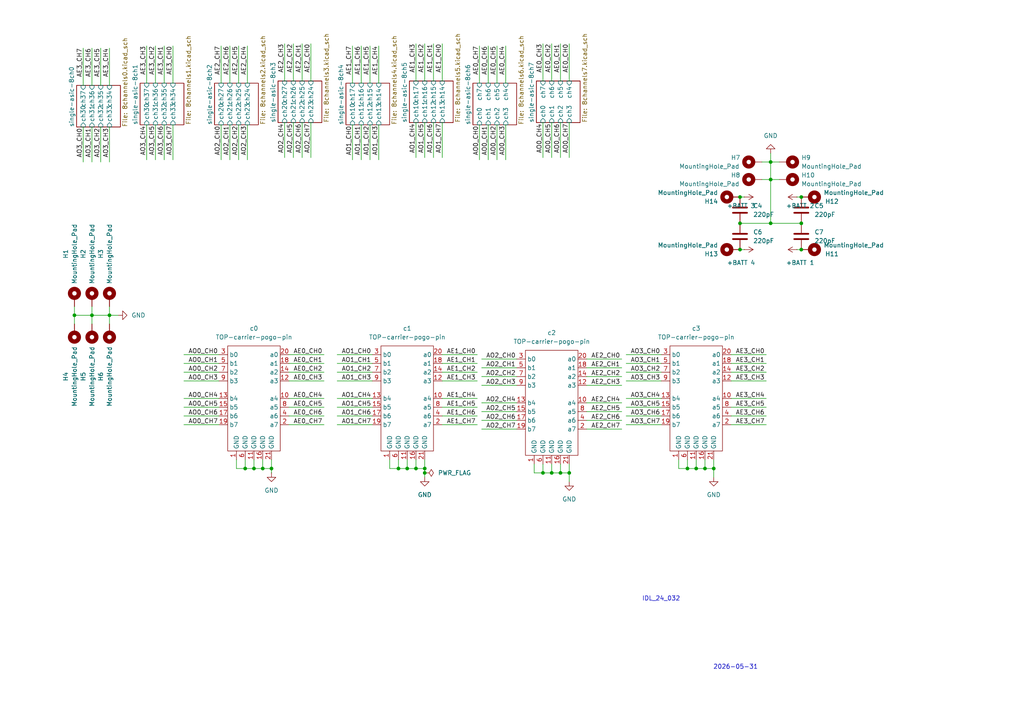
<source format=kicad_sch>
(kicad_sch (version 20231120) (generator "eeschema") (generator_version "8.0")
  (paper "A4")
  (title_block (comment 1 "HIGH VOLTAGE 75V needs 0603 220 pFcaps at 1kV; use 1.5 mm THT for 20AWG"))
  (lib_symbols
    (symbol "Device:C" (pin_numbers hide) (pin_names (offset 0.254))
      (property "Reference" "C" (at 0.635 2.54 0))
      (property "Value" "C" (at 0.635 -2.54 0))
      (symbol "C_0_1"
        (polyline (pts (xy -2.032 -0.762) (xy 2.032 -0.762)) (stroke (width 0.508)))
        (polyline (pts (xy -2.032 0.762) (xy 2.032 0.762)) (stroke (width 0.508)))
      )
      (symbol "C_1_1"
        (pin passive line (at 0 3.81 270) (length 2.794) (name "~") (number "1"))
        (pin passive line (at 0 -3.81 90) (length 2.794) (name "~") (number "2"))
      )
    )
    (symbol "GND_1" (power) (pin_numbers hide) (pin_names (offset 0) hide)
      (property "Value" "GND" (at 0 -3.81 0))
      (symbol "GND_1_0_1"
        (polyline (pts (xy 0 0) (xy 0 -1.27) (xy 1.27 -1.27) (xy 0 -2.54) (xy -1.27 -1.27) (xy 0 -1.27)))
      )
      (symbol "GND_1_1_1"
        (pin power_in line (at 0 0 270) (length 0) (name "~") (number "1"))
      )
    )
    (symbol "Mechanical:MountingHole_Pad" (pin_numbers hide) (pin_names (offset 1.016) hide)
      (property "Reference" "H" (at 0 6.35 0))
      (property "Value" "MountingHole_Pad" (at 0 4.445 0))
      (symbol "MountingHole_Pad_0_1"
        (circle (center 0 1.27) (radius 1.27) (stroke (width 1.27)))
      )
      (symbol "MountingHole_Pad_1_1"
        (pin input line (at 0 -2.54 90) (length 2.54) (name "1") (number "1"))
      )
    )
    (symbol "MountingHole_Pad_1" (pin_numbers hide) (pin_names (offset 1.016) hide) (exclude_from_sim yes) (in_bom no)
      (property "Reference" "H" (at 0 6.35 0))
      (property "Value" "MountingHole_Pad" (at 0 4.445 0))
      (symbol "MountingHole_Pad_1_0_1"
        (circle (center 0 1.27) (radius 1.27) (stroke (width 1.27)))
      )
      (symbol "MountingHole_Pad_1_1_1"
        (pin input line (at 0 -2.54 90) (length 2.54) (name "1") (number "1"))
      )
    )
    (symbol "kicad-mza-symbol:TOP-carrier-pogo-pin"
      (property "Reference" "U" (at 12.7 -2.54 0))
      (property "Value" "TOP-carrier-pogo-pin" (at 0 27.94 0))
      (symbol "TOP-carrier-pogo-pin_0_1"
        (rectangle (start -7.62 25.4) (end 7.62 -5.08))
      )
      (symbol "TOP-carrier-pogo-pin_1_1"
        (pin power_in line (at -5.08 -7.62 90) (length 2.54) (name "GND") (number "1"))
        (pin output line (at 10.16 10.16 180) (length 2.54) (name "a4") (number "10"))
        (pin power_in line (at 0 -7.62 90) (length 2.54) (name "GND") (number "11"))
        (pin output line (at 10.16 15.24 180) (length 2.54) (name "a3") (number "12"))
        (pin output line (at -10.16 10.16 0) (length 2.54) (name "b4") (number "13"))
        (pin output line (at 10.16 17.78 180) (length 2.54) (name "a2") (number "14"))
        (pin output line (at -10.16 7.62 0) (length 2.54) (name "b5") (number "15"))
        (pin power_in line (at 2.54 -7.62 90) (length 2.54) (name "GND") (number "16"))
        (pin output line (at -10.16 5.08 0) (length 2.54) (name "b6") (number "17"))
        (pin output line (at 10.16 20.32 180) (length 2.54) (name "a1") (number "18"))
        (pin output line (at -10.16 2.54 0) (length 2.54) (name "b7") (number "19"))
        (pin output line (at 10.16 2.54 180) (length 2.54) (name "a7") (number "2"))
        (pin output line (at 10.16 22.86 180) (length 2.54) (name "a0") (number "20"))
        (pin power_in line (at 5.08 -7.62 90) (length 2.54) (name "GND") (number "21"))
        (pin output line (at -10.16 22.86 0) (length 2.54) (name "b0") (number "3"))
        (pin output line (at 10.16 5.08 180) (length 2.54) (name "a6") (number "4"))
        (pin output line (at -10.16 20.32 0) (length 2.54) (name "b1") (number "5"))
        (pin power_in line (at -2.54 -7.62 90) (length 2.54) (name "GND") (number "6"))
        (pin output line (at -10.16 17.78 0) (length 2.54) (name "b2") (number "7"))
        (pin output line (at 10.16 7.62 180) (length 2.54) (name "a5") (number "8"))
        (pin output line (at -10.16 15.24 0) (length 2.54) (name "b3") (number "9"))
      )
    )
    (symbol "power:+BATT" (power) (pin_numbers hide) (pin_names (offset 0) hide)
      (property "Value" "+BATT" (at 0 3.556 0))
      (symbol "+BATT_0_1"
        (polyline (pts (xy -0.762 1.27) (xy 0 2.54)))
        (polyline (pts (xy 0 0) (xy 0 2.54)))
        (polyline (pts (xy 0 2.54) (xy 0.762 1.27)))
      )
      (symbol "+BATT_1_1"
        (pin power_in line (at 0 0 90) (length 0) (name "~") (number "1"))
      )
    )
    (symbol "power:GND" (power) (pin_numbers hide) (pin_names (offset 0) hide)
      (property "Value" "GND" (at 0 -3.81 0))
      (symbol "GND_0_1"
        (polyline (pts (xy 0 0) (xy 0 -1.27) (xy 1.27 -1.27) (xy 0 -2.54) (xy -1.27 -1.27) (xy 0 -1.27)))
      )
      (symbol "GND_1_1"
        (pin power_in line (at 0 0 270) (length 0) (name "~") (number "1"))
      )
    )
    (symbol "power:PWR_FLAG" (power) (pin_numbers hide) (pin_names (offset 0) hide)
      (property "Value" "PWR_FLAG" (at 0 3.81 0))
      (symbol "PWR_FLAG_0_0"
        (pin power_out line (at 0 0 90) (length 0) (name "~") (number "1"))
      )
      (symbol "PWR_FLAG_0_1"
        (polyline (pts (xy 0 0) (xy 0 1.27) (xy -1.016 1.905) (xy 0 2.54) (xy 1.016 1.905) (xy 0 1.27)))
      )
    )
  )
  (junction (at 31.75 91.44))
  (junction (at 232.41 72.39))
  (junction (at 160.02 137.16))
  (junction (at 165.1 137.16))
  (junction (at 71.12 135.89))
  (junction (at 223.52 52.07))
  (junction (at 123.19 137.16))
  (junction (at 201.93 135.89))
  (junction (at 223.52 64.77))
  (junction (at 115.57 135.89))
  (junction (at 223.52 46.99))
  (junction (at 123.19 135.89))
  (junction (at 118.11 135.89))
  (junction (at 21.59 91.44))
  (junction (at 232.41 64.77))
  (junction (at 76.2 135.89))
  (junction (at 204.47 135.89))
  (junction (at 199.39 135.89))
  (junction (at 78.74 135.89))
  (junction (at 120.65 135.89))
  (junction (at 214.63 64.77))
  (junction (at 207.01 135.89))
  (junction (at 26.67 91.44))
  (junction (at 214.63 72.39))
  (junction (at 232.41 57.15))
  (junction (at 157.48 137.16))
  (junction (at 73.66 135.89))
  (junction (at 162.56 137.16))
  (junction (at 214.63 57.15))
  (wire (pts (xy 223.52 52.07) (xy 226.06 52.07)))
  (wire (pts (xy 181.61 110.49) (xy 191.77 110.49)))
  (wire (pts (xy 53.34 102.87) (xy 63.5 102.87)))
  (wire (pts (xy 170.18 109.22) (xy 180.34 109.22)))
  (wire (pts (xy 125.73 45.72) (xy 125.73 35.56)))
  (wire (pts (xy 196.85 135.89) (xy 199.39 135.89)))
  (wire (pts (xy 141.605 46.355) (xy 141.605 36.195)))
  (wire (pts (xy 139.7 116.84) (xy 149.86 116.84)))
  (wire (pts (xy 53.34 107.95) (xy 63.5 107.95)))
  (wire (pts (xy 71.12 133.35) (xy 71.12 135.89)))
  (wire (pts (xy 107.315 13.335) (xy 107.315 24.13)))
  (wire (pts (xy 97.79 115.57) (xy 107.95 115.57)))
  (wire (pts (xy 170.18 106.68) (xy 180.34 106.68)))
  (wire (pts (xy 196.85 133.35) (xy 196.85 135.89)))
  (wire (pts (xy 113.03 133.35) (xy 113.03 135.89)))
  (wire (pts (xy 24.13 46.99) (xy 24.13 36.83)))
  (wire (pts (xy 21.59 91.44) (xy 26.67 91.44)))
  (wire (pts (xy 120.65 133.35) (xy 120.65 135.89)))
  (wire (pts (xy 165.1 12.7) (xy 165.1 23.495)))
  (wire (pts (xy 181.61 118.11) (xy 191.77 118.11)))
  (wire (pts (xy 64.135 46.355) (xy 64.135 36.195)))
  (wire (pts (xy 120.65 135.89) (xy 123.19 135.89)))
  (wire (pts (xy 68.58 135.89) (xy 71.12 135.89)))
  (wire (pts (xy 83.82 107.95) (xy 93.98 107.95)))
  (wire (pts (xy 83.82 105.41) (xy 93.98 105.41)))
  (wire (pts (xy 207.01 135.89) (xy 207.01 133.35)))
  (wire (pts (xy 73.66 133.35) (xy 73.66 135.89)))
  (wire (pts (xy 50.165 13.335) (xy 50.165 24.13)))
  (wire (pts (xy 146.685 13.335) (xy 146.685 24.13)))
  (wire (pts (xy 212.09 123.19) (xy 222.25 123.19)))
  (wire (pts (xy 115.57 133.35) (xy 115.57 135.89)))
  (wire (pts (xy 128.27 107.95) (xy 138.43 107.95)))
  (wire (pts (xy 128.27 12.7) (xy 128.27 23.495)))
  (wire (pts (xy 102.235 13.335) (xy 102.235 24.13)))
  (wire (pts (xy 146.685 46.355) (xy 146.685 36.195)))
  (wire (pts (xy 97.79 120.65) (xy 107.95 120.65)))
  (wire (pts (xy 53.34 115.57) (xy 63.5 115.57)))
  (wire (pts (xy 83.82 115.57) (xy 93.98 115.57)))
  (wire (pts (xy 123.19 12.7) (xy 123.19 23.495)))
  (wire (pts (xy 128.27 118.11) (xy 138.43 118.11)))
  (wire (pts (xy 90.17 12.7) (xy 90.17 23.495)))
  (wire (pts (xy 170.18 116.84) (xy 180.34 116.84)))
  (wire (pts (xy 83.82 123.19) (xy 93.98 123.19)))
  (wire (pts (xy 220.98 52.07) (xy 223.52 52.07)))
  (wire (pts (xy 128.27 120.65) (xy 138.43 120.65)))
  (wire (pts (xy 162.56 45.72) (xy 162.56 35.56)))
  (wire (pts (xy 123.19 45.72) (xy 123.19 35.56)))
  (wire (pts (xy 160.02 45.72) (xy 160.02 35.56)))
  (wire (pts (xy 29.21 13.97) (xy 29.21 24.765)))
  (wire (pts (xy 83.82 110.49) (xy 93.98 110.49)))
  (wire (pts (xy 42.545 46.355) (xy 42.545 36.195)))
  (wire (pts (xy 139.7 119.38) (xy 149.86 119.38)))
  (wire (pts (xy 157.48 137.16) (xy 160.02 137.16)))
  (wire (pts (xy 181.61 107.95) (xy 191.77 107.95)))
  (wire (pts (xy 104.775 13.335) (xy 104.775 24.13)))
  (wire (pts (xy 83.82 118.11) (xy 93.98 118.11)))
  (wire (pts (xy 214.63 57.15) (xy 215.9 57.15)))
  (wire (pts (xy 144.145 46.355) (xy 144.145 36.195)))
  (wire (pts (xy 181.61 120.65) (xy 191.77 120.65)))
  (wire (pts (xy 139.7 121.92) (xy 149.86 121.92)))
  (wire (pts (xy 181.61 105.41) (xy 191.77 105.41)))
  (wire (pts (xy 90.17 45.72) (xy 90.17 35.56)))
  (wire (pts (xy 128.27 115.57) (xy 138.43 115.57)))
  (wire (pts (xy 160.02 137.16) (xy 162.56 137.16)))
  (wire (pts (xy 123.19 135.89) (xy 123.19 137.16)))
  (wire (pts (xy 231.14 57.15) (xy 232.41 57.15)))
  (wire (pts (xy 76.2 135.89) (xy 78.74 135.89)))
  (wire (pts (xy 223.52 64.77) (xy 223.52 52.07)))
  (wire (pts (xy 31.75 36.83) (xy 31.75 46.99)))
  (wire (pts (xy 157.48 134.62) (xy 157.48 137.16)))
  (wire (pts (xy 139.7 106.68) (xy 149.86 106.68)))
  (wire (pts (xy 212.09 118.11) (xy 222.25 118.11)))
  (wire (pts (xy 123.19 135.89) (xy 123.19 133.35)))
  (wire (pts (xy 154.94 134.62) (xy 154.94 137.16)))
  (wire (pts (xy 107.315 46.355) (xy 107.315 36.195)))
  (wire (pts (xy 31.75 13.97) (xy 31.75 24.765)))
  (wire (pts (xy 97.79 107.95) (xy 107.95 107.95)))
  (wire (pts (xy 162.56 134.62) (xy 162.56 137.16)))
  (wire (pts (xy 231.14 72.39) (xy 232.41 72.39)))
  (wire (pts (xy 118.11 133.35) (xy 118.11 135.89)))
  (wire (pts (xy 118.11 135.89) (xy 120.65 135.89)))
  (wire (pts (xy 113.03 135.89) (xy 115.57 135.89)))
  (wire (pts (xy 26.67 91.44) (xy 31.75 91.44)))
  (wire (pts (xy 71.12 135.89) (xy 73.66 135.89)))
  (wire (pts (xy 64.135 13.335) (xy 64.135 24.13)))
  (wire (pts (xy 53.34 105.41) (xy 63.5 105.41)))
  (wire (pts (xy 68.58 133.35) (xy 68.58 135.89)))
  (wire (pts (xy 170.18 121.92) (xy 180.34 121.92)))
  (wire (pts (xy 165.1 137.16) (xy 165.1 139.7)))
  (wire (pts (xy 53.34 118.11) (xy 63.5 118.11)))
  (wire (pts (xy 154.94 137.16) (xy 157.48 137.16)))
  (wire (pts (xy 181.61 115.57) (xy 191.77 115.57)))
  (wire (pts (xy 125.73 12.7) (xy 125.73 23.495)))
  (wire (pts (xy 139.7 109.22) (xy 149.86 109.22)))
  (wire (pts (xy 170.18 111.76) (xy 180.34 111.76)))
  (wire (pts (xy 128.27 105.41) (xy 138.43 105.41)))
  (wire (pts (xy 170.18 124.46) (xy 180.34 124.46)))
  (wire (pts (xy 162.56 12.7) (xy 162.56 23.495)))
  (wire (pts (xy 170.18 104.14) (xy 180.34 104.14)))
  (wire (pts (xy 82.55 12.7) (xy 82.55 23.495)))
  (wire (pts (xy 76.2 133.35) (xy 76.2 135.89)))
  (wire (pts (xy 26.67 88.9) (xy 26.67 91.44)))
  (wire (pts (xy 115.57 135.89) (xy 118.11 135.89)))
  (wire (pts (xy 128.27 123.19) (xy 138.43 123.19)))
  (wire (pts (xy 45.085 46.355) (xy 45.085 36.195)))
  (wire (pts (xy 139.065 13.335) (xy 139.065 24.13)))
  (wire (pts (xy 199.39 135.89) (xy 201.93 135.89)))
  (wire (pts (xy 201.93 135.89) (xy 204.47 135.89)))
  (wire (pts (xy 212.09 110.49) (xy 222.25 110.49)))
  (wire (pts (xy 165.1 45.72) (xy 165.1 35.56)))
  (wire (pts (xy 71.755 46.355) (xy 71.755 36.195)))
  (wire (pts (xy 162.56 137.16) (xy 165.1 137.16)))
  (wire (pts (xy 87.63 12.7) (xy 87.63 23.495)))
  (wire (pts (xy 82.55 45.72) (xy 82.55 35.56)))
  (wire (pts (xy 144.145 13.335) (xy 144.145 24.13)))
  (wire (pts (xy 223.52 46.99) (xy 223.52 44.45)))
  (wire (pts (xy 69.215 46.355) (xy 69.215 36.195)))
  (wire (pts (xy 128.27 102.87) (xy 138.43 102.87)))
  (wire (pts (xy 160.02 134.62) (xy 160.02 137.16)))
  (wire (pts (xy 87.63 45.72) (xy 87.63 35.56)))
  (wire (pts (xy 104.775 46.355) (xy 104.775 36.195)))
  (wire (pts (xy 120.65 45.72) (xy 120.65 35.56)))
  (wire (pts (xy 102.235 46.355) (xy 102.235 36.195)))
  (wire (pts (xy 66.675 13.335) (xy 66.675 24.13)))
  (wire (pts (xy 201.93 133.35) (xy 201.93 135.89)))
  (wire (pts (xy 223.52 64.77) (xy 232.41 64.77)))
  (wire (pts (xy 50.165 46.355) (xy 50.165 36.195)))
  (wire (pts (xy 128.27 45.72) (xy 128.27 35.56)))
  (wire (pts (xy 223.52 46.99) (xy 226.06 46.99)))
  (wire (pts (xy 26.67 46.99) (xy 26.67 36.83)))
  (wire (pts (xy 139.7 104.14) (xy 149.86 104.14)))
  (wire (pts (xy 165.1 137.16) (xy 165.1 134.62)))
  (wire (pts (xy 53.34 110.49) (xy 63.5 110.49)))
  (wire (pts (xy 212.09 120.65) (xy 222.25 120.65)))
  (wire (pts (xy 204.47 135.89) (xy 207.01 135.89)))
  (wire (pts (xy 214.63 64.77) (xy 223.52 64.77)))
  (wire (pts (xy 212.09 115.57) (xy 222.25 115.57)))
  (wire (pts (xy 181.61 102.87) (xy 191.77 102.87)))
  (wire (pts (xy 223.52 46.99) (xy 223.52 52.07)))
  (wire (pts (xy 26.67 91.44) (xy 26.67 93.98)))
  (wire (pts (xy 66.675 46.355) (xy 66.675 36.195)))
  (wire (pts (xy 128.27 110.49) (xy 138.43 110.49)))
  (wire (pts (xy 214.63 72.39) (xy 215.9 72.39)))
  (wire (pts (xy 31.75 88.9) (xy 31.75 91.44)))
  (wire (pts (xy 212.09 102.87) (xy 222.25 102.87)))
  (wire (pts (xy 83.82 120.65) (xy 93.98 120.65)))
  (wire (pts (xy 212.09 105.41) (xy 222.25 105.41)))
  (wire (pts (xy 97.79 102.87) (xy 107.95 102.87)))
  (wire (pts (xy 42.545 13.335) (xy 42.545 24.13)))
  (wire (pts (xy 139.7 111.76) (xy 149.86 111.76)))
  (wire (pts (xy 21.59 91.44) (xy 21.59 93.98)))
  (wire (pts (xy 24.13 13.97) (xy 24.13 24.765)))
  (wire (pts (xy 47.625 13.335) (xy 47.625 24.13)))
  (wire (pts (xy 181.61 123.19) (xy 191.77 123.19)))
  (wire (pts (xy 45.085 13.335) (xy 45.085 24.13)))
  (wire (pts (xy 139.065 46.355) (xy 139.065 36.195)))
  (wire (pts (xy 78.74 135.89) (xy 78.74 137.16)))
  (wire (pts (xy 21.59 88.9) (xy 21.59 91.44)))
  (wire (pts (xy 220.98 46.99) (xy 223.52 46.99)))
  (wire (pts (xy 73.66 135.89) (xy 76.2 135.89)))
  (wire (pts (xy 120.65 12.7) (xy 120.65 23.495)))
  (wire (pts (xy 139.7 124.46) (xy 149.86 124.46)))
  (wire (pts (xy 71.755 13.335) (xy 71.755 24.13)))
  (wire (pts (xy 85.09 12.7) (xy 85.09 23.495)))
  (wire (pts (xy 199.39 133.35) (xy 199.39 135.89)))
  (wire (pts (xy 83.82 102.87) (xy 93.98 102.87)))
  (wire (pts (xy 109.855 13.335) (xy 109.855 24.13)))
  (wire (pts (xy 160.02 12.7) (xy 160.02 23.495)))
  (wire (pts (xy 123.19 137.16) (xy 123.19 138.43)))
  (wire (pts (xy 170.18 119.38) (xy 180.34 119.38)))
  (wire (pts (xy 141.605 13.335) (xy 141.605 24.13)))
  (wire (pts (xy 212.09 107.95) (xy 222.25 107.95)))
  (wire (pts (xy 97.79 123.19) (xy 107.95 123.19)))
  (wire (pts (xy 109.855 46.355) (xy 109.855 36.195)))
  (wire (pts (xy 97.79 110.49) (xy 107.95 110.49)))
  (wire (pts (xy 26.67 13.97) (xy 26.67 24.765)))
  (wire (pts (xy 47.625 46.355) (xy 47.625 36.195)))
  (wire (pts (xy 157.48 45.72) (xy 157.48 35.56)))
  (wire (pts (xy 78.74 135.89) (xy 78.74 133.35)))
  (wire (pts (xy 69.215 13.335) (xy 69.215 24.13)))
  (wire (pts (xy 29.21 46.99) (xy 29.21 36.83)))
  (wire (pts (xy 53.34 123.19) (xy 63.5 123.19)))
  (wire (pts (xy 97.79 118.11) (xy 107.95 118.11)))
  (wire (pts (xy 207.01 135.89) (xy 207.01 138.43)))
  (wire (pts (xy 157.48 12.7) (xy 157.48 23.495)))
  (wire (pts (xy 85.09 45.72) (xy 85.09 35.56)))
  (wire (pts (xy 31.75 91.44) (xy 34.29 91.44)))
  (wire (pts (xy 31.75 91.44) (xy 31.75 93.98)))
  (wire (pts (xy 204.47 133.35) (xy 204.47 135.89)))
  (wire (pts (xy 97.79 105.41) (xy 107.95 105.41)))
  (wire (pts (xy 53.34 120.65) (xy 63.5 120.65)))
  (text "${CURRENT_DATE}" (at 213.36 193.548 0) (effects (font (size 1.27 1.27))))
  (text "IDL_24_032" (at 191.77 173.736 0) (effects (font (size 1.27 1.27))))
  (label "AO1_CH7" (at 128.27 44.45 90))
  (label "AO2_CH0" (at 140.97 104.14 0))
  (label "AO0_CH4" (at 54.61 115.57 0))
  (label "AO1_CH4" (at 99.06 115.57 0))
  (label "AO2_CH6" (at 140.97 121.92 0))
  (label "AO3_CH0" (at 24.13 45.72 90))
  (label "AO3_CH0" (at 182.88 102.87 0))
  (label "AE2_CH5" (at 171.45 119.38 0))
  (label "AE2_CH5" (at 69.215 13.335 270))
  (label "AE1_CH7" (at 102.235 13.335 270))
  (label "AE2_CH7" (at 171.45 124.46 0))
  (label "AO0_CH2" (at 54.61 107.95 0))
  (label "AE1_CH1" (at 125.73 12.7 270))
  (label "AE3_CH1" (at 213.36 105.41 0))
  (label "AE1_CH6" (at 129.54 120.65 0))
  (label "AE2_CH3" (at 82.55 12.7 270))
  (label "AE1_CH0" (at 129.54 102.87 0))
  (label "AE3_CH7" (at 24.13 13.97 270))
  (label "AE3_CH6" (at 213.36 120.65 0))
  (label "AE1_CH2" (at 129.54 107.95 0))
  (label "AE3_CH1" (at 47.625 13.335 270))
  (label "AO3_CH5" (at 182.88 118.11 0))
  (label "AO2_CH2" (at 140.97 109.22 0))
  (label "AE2_CH2" (at 85.09 12.7 270))
  (label "AE0_CH0" (at 85.09 102.87 0))
  (label "AE2_CH0" (at 90.17 12.7 270))
  (label "AO0_CH1" (at 141.605 45.085 90))
  (label "AO1_CH2" (at 99.06 107.95 0))
  (label "AO2_CH5" (at 140.97 119.38 0))
  (label "AE1_CH5" (at 107.315 13.335 270))
  (label "AO1_CH3" (at 99.06 110.49 0))
  (label "AE1_CH0" (at 128.27 12.7 270))
  (label "AE0_CH1" (at 85.09 105.41 0))
  (label "AE2_CH3" (at 171.45 111.76 0))
  (label "AE0_CH4" (at 146.685 13.335 270))
  (label "AE3_CH3" (at 213.36 110.49 0))
  (label "AO3_CH1" (at 182.88 105.41 0))
  (label "AE1_CH6" (at 104.775 13.335 270))
  (label "AO0_CH0" (at 54.61 102.87 0))
  (label "AO0_CH6" (at 54.61 120.65 0))
  (label "AE0_CH6" (at 85.09 120.65 0))
  (label "AO2_CH3" (at 140.97 111.76 0))
  (label "AO2_CH4" (at 82.55 44.45 90))
  (label "AE3_CH5" (at 213.36 118.11 0))
  (label "AO3_CH5" (at 45.085 45.085 90))
  (label "AE0_CH3" (at 85.09 110.49 0))
  (label "AO1_CH7" (at 99.06 123.19 0))
  (label "AE3_CH4" (at 31.75 13.97 270))
  (label "AE2_CH6" (at 66.675 13.335 270))
  (label "AO1_CH0" (at 99.06 102.87 0))
  (label "AO2_CH3" (at 71.755 45.085 90))
  (label "AO0_CH2" (at 144.145 45.085 90))
  (label "AE0_CH1" (at 162.56 12.7 270))
  (label "AE0_CH5" (at 85.09 118.11 0))
  (label "AE3_CH0" (at 213.36 102.87 0))
  (label "AE2_CH7" (at 64.135 13.335 270))
  (label "AE3_CH0" (at 50.165 13.335 270))
  (label "AO1_CH4" (at 120.65 44.45 90))
  (label "AE2_CH4" (at 71.755 13.335 270))
  (label "AO2_CH5" (at 85.09 44.45 90))
  (label "AO3_CH4" (at 182.88 115.57 0))
  (label "AE0_CH4" (at 85.09 115.57 0))
  (label "AE1_CH1" (at 129.54 105.41 0))
  (label "AE2_CH0" (at 171.45 104.14 0))
  (label "AE3_CH4" (at 213.36 115.57 0))
  (label "AE2_CH1" (at 87.63 12.7 270))
  (label "AO3_CH2" (at 182.88 107.95 0))
  (label "AE1_CH5" (at 129.54 118.11 0))
  (label "AE2_CH6" (at 171.45 121.92 0))
  (label "AO0_CH7" (at 54.61 123.19 0))
  (label "AO0_CH4" (at 157.48 44.45 90))
  (label "AO1_CH5" (at 123.19 44.45 90))
  (label "AO0_CH6" (at 162.56 44.45 90))
  (label "AO1_CH0" (at 102.235 45.085 90))
  (label "AE0_CH3" (at 157.48 12.7 270))
  (label "AO3_CH4" (at 42.545 45.085 90))
  (label "AE1_CH4" (at 129.54 115.57 0))
  (label "AO0_CH7" (at 165.1 44.45 90))
  (label "AO2_CH1" (at 66.675 45.085 90))
  (label "AE0_CH6" (at 141.605 13.335 270))
  (label "AE0_CH5" (at 144.145 13.335 270))
  (label "AO3_CH2" (at 29.21 45.72 90))
  (label "AO0_CH5" (at 54.61 118.11 0))
  (label "AO0_CH1" (at 54.61 105.41 0))
  (label "AE1_CH7" (at 129.54 123.19 0))
  (label "AO3_CH3" (at 31.75 45.72 90))
  (label "AO0_CH3" (at 54.61 110.49 0))
  (label "AO1_CH1" (at 99.06 105.41 0))
  (label "AE0_CH2" (at 160.02 12.7 270))
  (label "AE2_CH1" (at 171.45 106.68 0))
  (label "AO0_CH5" (at 160.02 44.45 90))
  (label "AE3_CH3" (at 42.545 13.335 270))
  (label "AO0_CH3" (at 146.685 45.085 90))
  (label "AO1_CH2" (at 107.315 45.085 90))
  (label "AO2_CH6" (at 87.63 44.45 90))
  (label "AE0_CH2" (at 85.09 107.95 0))
  (label "AE1_CH4" (at 109.855 13.335 270))
  (label "AE1_CH2" (at 123.19 12.7 270))
  (label "AO3_CH7" (at 182.88 123.19 0))
  (label "AO2_CH0" (at 64.135 45.085 90))
  (label "AE0_CH7" (at 139.065 13.335 270))
  (label "AE1_CH3" (at 120.65 12.7 270))
  (label "AO1_CH6" (at 125.73 44.45 90))
  (label "AO2_CH7" (at 140.97 124.46 0))
  (label "AO3_CH6" (at 47.625 45.085 90))
  (label "AO3_CH1" (at 26.67 45.72 90))
  (label "AE2_CH2" (at 171.45 109.22 0))
  (label "AO0_CH0" (at 139.065 45.085 90))
  (label "AO1_CH6" (at 99.06 120.65 0))
  (label "AE1_CH3" (at 129.54 110.49 0))
  (label "AE3_CH7" (at 213.36 123.19 0))
  (label "AE3_CH2" (at 213.36 107.95 0))
  (label "AO2_CH4" (at 140.97 116.84 0))
  (label "AO1_CH1" (at 104.775 45.085 90))
  (label "AO1_CH3" (at 109.855 45.085 90))
  (label "AE0_CH7" (at 85.09 123.19 0))
  (label "AO2_CH7" (at 90.17 44.45 90))
  (label "AE0_CH0" (at 165.1 12.7 270))
  (label "AO1_CH5" (at 99.06 118.11 0))
  (label "AE2_CH4" (at 171.45 116.84 0))
  (label "AE3_CH5" (at 29.21 13.97 270))
  (label "AO3_CH7" (at 50.165 45.085 90))
  (label "AO3_CH6" (at 182.88 120.65 0))
  (label "AO2_CH1" (at 140.97 106.68 0))
  (label "AE3_CH6" (at 26.67 13.97 270))
  (label "AE3_CH2" (at 45.085 13.335 270))
  (label "AO3_CH3" (at 182.88 110.49 0))
  (label "AO2_CH2" (at 69.215 45.085 90))
  (symbol (lib_id "Device:C") (at 232.41 68.58 0) (unit 1)
    (property "Reference" "C7" (at 236.22 67.3099 0) (effects (justify left)))
    (property "Value" "220pF" (at 236.22 69.8499 0) (effects (justify left)))
    (property "Footprint" "Capacitor_SMD:C_0603_1608Metric_Pad1.08x0.95mm_HandSolder" (effects (hide yes)))
    (property "Description" "220pF @ 1kV" (effects (hide yes)))
  )
  (symbol (lib_id "Mechanical:MountingHole_Pad") (at 31.75 86.36 0) (unit 1)
    (property "Reference" "H3" (at 29.21 73.66 90))
    (property "Value" "MountingHole_Pad" (at 31.75 73.66 90))
    (property "Footprint" "MountingHole:MountingHole_2.5mm_Pad" (effects (hide yes)))
  )
  (symbol (lib_id "kicad-mza-symbol:TOP-carrier-pogo-pin") (at 118.11 125.73 0) (unit 1)
    (property "Reference" "c1" (at 118.11 95.25 0))
    (property "Value" "TOP-carrier-pogo-pin" (at 118.11 97.79 0))
    (property "Footprint" "kicad-mza:TOP-carrier-pogo-pin" (effects (hide yes)))
  )
  (symbol (lib_id "Device:C") (at 214.63 60.96 0) (unit 1)
    (property "Reference" "C4" (at 218.44 59.6899 0) (effects (justify left)))
    (property "Value" "220pF" (at 218.44 62.2299 0) (effects (justify left)))
    (property "Footprint" "Capacitor_SMD:C_0603_1608Metric_Pad1.08x0.95mm_HandSolder" (effects (hide yes)))
    (property "Description" "220pF @ 1kV" (effects (hide yes)))
  )
  (symbol (lib_id "kicad-mza-symbol:TOP-carrier-pogo-pin") (at 160.02 127 0) (unit 1)
    (property "Reference" "c2" (at 160.02 96.52 0))
    (property "Value" "TOP-carrier-pogo-pin" (at 160.02 99.06 0))
    (property "Footprint" "kicad-mza:TOP-carrier-pogo-pin" (effects (hide yes)))
  )
  (symbol (lib_id "Device:C") (at 232.41 60.96 0) (unit 1)
    (property "Reference" "C5" (at 236.22 59.6899 0) (effects (justify left)))
    (property "Value" "220pF" (at 236.22 62.2299 0) (effects (justify left)))
    (property "Footprint" "Capacitor_SMD:C_0603_1608Metric_Pad1.08x0.95mm_HandSolder" (effects (hide yes)))
    (property "Description" "220pF @ 1kV" (effects (hide yes)))
  )
  (symbol (lib_id "Device:C") (at 214.63 68.58 0) (unit 1)
    (property "Reference" "C6" (at 218.44 67.3099 0) (effects (justify left)))
    (property "Value" "220pF" (at 218.44 69.8499 0) (effects (justify left)))
    (property "Footprint" "Capacitor_SMD:C_0603_1608Metric_Pad1.08x0.95mm_HandSolder" (effects (hide yes)))
    (property "Description" "220pF @ 1kV" (effects (hide yes)))
  )
  (symbol (lib_id "kicad-mza-symbol:TOP-carrier-pogo-pin") (at 73.66 125.73 0) (unit 1)
    (property "Reference" "c0" (at 73.66 95.25 0))
    (property "Value" "TOP-carrier-pogo-pin" (at 73.66 97.79 0))
    (property "Footprint" "kicad-mza:TOP-carrier-pogo-pin" (effects (hide yes)))
  )
  (symbol (lib_id "power:GND") (at 223.52 44.45 180) (unit 1)
    (property "Reference" "#PWR070" (effects (hide yes)))
    (property "Value" "GND" (at 223.52 39.37 0))
    (property "Description" "Power symbol creates a global label with name \"GND\" , ground" (effects (hide yes)))
  )
  (symbol (lib_name "MountingHole_Pad_1") (lib_id "Mechanical:MountingHole_Pad") (at 228.6 46.99 270) (unit 1) (exclude_from_sim yes) (in_bom no)
    (property "Reference" "H9" (at 232.41 45.7199 90) (effects (justify left)))
    (property "Value" "MountingHole_Pad" (at 232.41 48.2599 90) (effects (justify left)))
    (property "Footprint" "MountingHole:MountingHole_1.5mm_Pad" (effects (hide yes)))
    (property "Description" "Mounting Hole with connection" (effects (hide yes)))
  )
  (symbol (lib_name "MountingHole_Pad_1") (lib_id "Mechanical:MountingHole_Pad") (at 228.6 52.07 270) (unit 1) (exclude_from_sim yes) (in_bom no)
    (property "Reference" "H10" (at 232.41 50.7999 90) (effects (justify left)))
    (property "Value" "MountingHole_Pad" (at 232.41 53.3399 90) (effects (justify left)))
    (property "Footprint" "MountingHole:MountingHole_1.5mm_Pad" (effects (hide yes)))
    (property "Description" "Mounting Hole with connection" (effects (hide yes)))
  )
  (symbol (lib_id "Mechanical:MountingHole_Pad") (at 26.67 86.36 0) (unit 1)
    (property "Reference" "H2" (at 24.13 73.66 90))
    (property "Value" "MountingHole_Pad" (at 26.67 73.66 90))
    (property "Footprint" "MountingHole:MountingHole_2.5mm_Pad" (effects (hide yes)))
  )
  (symbol (lib_id "power:+BATT") (at 215.9 72.39 270) (unit 1)
    (property "Reference" "#PWR071" (effects (hide yes)))
    (property "Value" "+BATT 4" (at 210.82 76.2 90) (effects (justify left)))
    (property "Description" "Power symbol creates a global label with name \"+BATT\"" (effects (hide yes)))
  )
  (symbol (lib_id "Mechanical:MountingHole_Pad") (at 26.67 96.52 0) (mirror x) (unit 1)
    (property "Reference" "H5" (at 24.13 109.22 90))
    (property "Value" "MountingHole_Pad" (at 26.67 109.22 90))
    (property "Footprint" "MountingHole:MountingHole_2.5mm_Pad" (effects (hide yes)))
  )
  (symbol (lib_name "GND_1") (lib_id "power:GND") (at 78.74 137.16 0) (unit 1)
    (property "Reference" "#PWR066" (effects (hide yes)))
    (property "Value" "GND" (at 78.74 142.24 0))
    (property "Description" "Power symbol creates a global label with name \"GND\" , ground" (effects (hide yes)))
  )
  (symbol (lib_id "power:PWR_FLAG") (at 123.19 137.16 270) (unit 1)
    (property "Reference" "#FLG01" (effects (hide yes)))
    (property "Value" "PWR_FLAG" (at 127 137.1599 90) (effects (justify left)))
    (property "Description" "Special symbol for telling ERC where power comes from" (effects (hide yes)))
  )
  (symbol (lib_name "MountingHole_Pad_1") (lib_id "Mechanical:MountingHole_Pad") (at 212.09 57.15 90) (unit 1) (exclude_from_sim yes) (in_bom no)
    (property "Reference" "H14" (at 208.28 58.4201 90) (effects (justify left)))
    (property "Value" "MountingHole_Pad" (at 208.28 55.8801 90) (effects (justify left)))
    (property "Footprint" "MountingHole:MountingHole_1.5mm_Pad" (effects (hide yes)))
    (property "Description" "Mounting Hole with connection" (effects (hide yes)))
  )
  (symbol (lib_name "GND_1") (lib_id "power:GND") (at 123.19 138.43 0) (unit 1)
    (property "Reference" "#PWR065" (effects (hide yes)))
    (property "Value" "GND" (at 123.19 143.51 0))
    (property "Description" "Power symbol creates a global label with name \"GND\" , ground" (effects (hide yes)))
  )
  (symbol (lib_id "Mechanical:MountingHole_Pad") (at 21.59 96.52 0) (mirror x) (unit 1)
    (property "Reference" "H4" (at 19.05 109.22 90))
    (property "Value" "MountingHole_Pad" (at 21.59 109.22 90))
    (property "Footprint" "MountingHole:MountingHole_2.5mm_Pad" (effects (hide yes)))
  )
  (symbol (lib_id "power:+BATT") (at 231.14 57.15 90) (unit 1)
    (property "Reference" "#PWR073" (effects (hide yes)))
    (property "Value" "+BATT 2" (at 236.22 59.69 90) (effects (justify left)))
    (property "Description" "Power symbol creates a global label with name \"+BATT\"" (effects (hide yes)))
  )
  (symbol (lib_id "Mechanical:MountingHole_Pad") (at 31.75 96.52 0) (mirror x) (unit 1)
    (property "Reference" "H6" (at 29.21 109.22 90))
    (property "Value" "MountingHole_Pad" (at 31.75 109.22 90))
    (property "Footprint" "MountingHole:MountingHole_2.5mm_Pad" (effects (hide yes)))
  )
  (symbol (lib_id "power:+BATT") (at 231.14 72.39 90) (unit 1)
    (property "Reference" "#PWR074" (effects (hide yes)))
    (property "Value" "+BATT 1" (at 236.22 76.2 90) (effects (justify left)))
    (property "Description" "Power symbol creates a global label with name \"+BATT\"" (effects (hide yes)))
  )
  (symbol (lib_name "GND_1") (lib_id "power:GND") (at 165.1 139.7 0) (unit 1)
    (property "Reference" "#PWR067" (effects (hide yes)))
    (property "Value" "GND" (at 165.1 144.78 0))
    (property "Description" "Power symbol creates a global label with name \"GND\" , ground" (effects (hide yes)))
  )
  (symbol (lib_name "MountingHole_Pad_1") (lib_id "Mechanical:MountingHole_Pad") (at 218.44 52.07 90) (unit 1) (exclude_from_sim yes) (in_bom no)
    (property "Reference" "H8" (at 213.36 50.8 90))
    (property "Value" "MountingHole_Pad" (at 205.74 53.34 90))
    (property "Footprint" "MountingHole:MountingHole_1.5mm_Pad" (effects (hide yes)))
    (property "Description" "Mounting Hole with connection" (effects (hide yes)))
  )
  (symbol (lib_id "power:+BATT") (at 215.9 57.15 270) (unit 1)
    (property "Reference" "#PWR072" (effects (hide yes)))
    (property "Value" "+BATT 3" (at 210.82 59.69 90) (effects (justify left)))
    (property "Description" "Power symbol creates a global label with name \"+BATT\"" (effects (hide yes)))
  )
  (symbol (lib_name "GND_1") (lib_id "power:GND") (at 207.01 138.43 0) (unit 1)
    (property "Reference" "#PWR068" (effects (hide yes)))
    (property "Value" "GND" (at 207.01 143.51 0))
    (property "Description" "Power symbol creates a global label with name \"GND\" , ground" (effects (hide yes)))
  )
  (symbol (lib_id "Mechanical:MountingHole_Pad") (at 21.59 86.36 0) (unit 1)
    (property "Reference" "H1" (at 19.05 73.66 90))
    (property "Value" "MountingHole_Pad" (at 21.59 73.66 90))
    (property "Footprint" "MountingHole:MountingHole_2.5mm_Pad" (effects (hide yes)))
  )
  (symbol (lib_name "MountingHole_Pad_1") (lib_id "Mechanical:MountingHole_Pad") (at 234.95 57.15 270) (unit 1) (exclude_from_sim yes) (in_bom no)
    (property "Reference" "H12" (at 241.3 58.42 90))
    (property "Value" "MountingHole_Pad" (at 247.65 55.88 90))
    (property "Footprint" "MountingHole:MountingHole_1.5mm_Pad" (effects (hide yes)))
    (property "Description" "Mounting Hole with connection" (effects (hide yes)))
  )
  (symbol (lib_name "GND_1") (lib_id "power:GND") (at 34.29 91.44 90) (unit 1)
    (property "Reference" "#PWR069" (effects (hide yes)))
    (property "Value" "GND" (at 38.1 91.4399 90) (effects (justify right)))
    (property "Description" "Power symbol creates a global label with name \"GND\" , ground" (effects (hide yes)))
  )
  (symbol (lib_id "kicad-mza-symbol:TOP-carrier-pogo-pin") (at 201.93 125.73 0) (unit 1)
    (property "Reference" "c3" (at 201.93 95.25 0))
    (property "Value" "TOP-carrier-pogo-pin" (at 201.93 97.79 0))
    (property "Footprint" "kicad-mza:TOP-carrier-pogo-pin" (effects (hide yes)))
  )
  (symbol (lib_name "MountingHole_Pad_1") (lib_id "Mechanical:MountingHole_Pad") (at 212.09 72.39 90) (unit 1) (exclude_from_sim yes) (in_bom no)
    (property "Reference" "H13" (at 208.28 73.6601 90) (effects (justify left)))
    (property "Value" "MountingHole_Pad" (at 208.28 71.1201 90) (effects (justify left)))
    (property "Footprint" "MountingHole:MountingHole_1.5mm_Pad" (effects (hide yes)))
    (property "Description" "Mounting Hole with connection" (effects (hide yes)))
  )
  (symbol (lib_name "MountingHole_Pad_1") (lib_id "Mechanical:MountingHole_Pad") (at 234.95 72.39 270) (unit 1) (exclude_from_sim yes) (in_bom no)
    (property "Reference" "H11" (at 241.3 73.66 90))
    (property "Value" "MountingHole_Pad" (at 247.65 71.12 90))
    (property "Footprint" "MountingHole:MountingHole_1.5mm_Pad" (effects (hide yes)))
    (property "Description" "Mounting Hole with connection" (effects (hide yes)))
  )
  (symbol (lib_name "MountingHole_Pad_1") (lib_id "Mechanical:MountingHole_Pad") (at 218.44 46.99 90) (unit 1) (exclude_from_sim yes) (in_bom no)
    (property "Reference" "H7" (at 213.36 45.72 90))
    (property "Value" "MountingHole_Pad" (at 205.74 48.26 90))
    (property "Footprint" "MountingHole:MountingHole_1.5mm_Pad" (effects (hide yes)))
    (property "Description" "Mounting Hole with connection" (effects (hide yes)))
  )
  (sheet (at 40.64 24.13) (size 12.7 12.065) (stroke (width 0.1524))
    (property "Sheetname" "single-asic-8ch1" (at 39.9284 36.195 90) (effects (justify left bottom)))
    (property "Sheetfile" "8channels1.kicad_sch" (at 53.9246 36.195 90) (effects (justify left top)))
    (pin "ch31" input (at 45.085 36.195 270))
    (pin "ch32" input (at 47.625 36.195 270))
    (pin "ch33" input (at 50.165 36.195 270))
    (pin "ch34" input (at 50.165 24.13 90))
    (pin "ch36" input (at 45.085 24.13 90))
    (pin "ch35" input (at 47.625 24.13 90))
    (pin "ch30" input (at 42.545 36.195 270))
    (pin "ch37" input (at 42.545 24.13 90))
  )
  (sheet (at 118.745 23.495) (size 12.7 12.065) (stroke (width 0.1524))
    (property "Sheetname" "single-asic-8ch5" (at 118.0334 35.56 90) (effects (justify left bottom)))
    (property "Sheetfile" "8channels5.kicad_sch" (at 132.0296 35.56 90) (effects (justify left top)))
    (pin "ch11" input (at 123.19 35.56 270))
    (pin "ch12" input (at 125.73 35.56 270))
    (pin "ch13" input (at 128.27 35.56 270))
    (pin "ch14" input (at 128.27 23.495 90))
    (pin "ch16" input (at 123.19 23.495 90))
    (pin "ch15" input (at 125.73 23.495 90))
    (pin "ch10" input (at 120.65 35.56 270))
    (pin "ch17" input (at 120.65 23.495 90))
  )
  (sheet (at 80.645 23.495) (size 12.7 12.065) (stroke (width 0.1524))
    (property "Sheetname" "single-asic-8ch3" (at 79.9334 35.56 90) (effects (justify left bottom)))
    (property "Sheetfile" "8channels3.kicad_sch" (at 93.9296 35.56 90) (effects (justify left top)))
    (pin "ch21" input (at 85.09 35.56 270))
    (pin "ch22" input (at 87.63 35.56 270))
    (pin "ch23" input (at 90.17 35.56 270))
    (pin "ch24" input (at 90.17 23.495 90))
    (pin "ch26" input (at 85.09 23.495 90))
    (pin "ch25" input (at 87.63 23.495 90))
    (pin "ch20" input (at 82.55 35.56 270))
    (pin "ch27" input (at 82.55 23.495 90))
  )
  (sheet (at 155.575 23.495) (size 12.7 12.065) (stroke (width 0.1524))
    (property "Sheetname" "single-asic-8ch7" (at 154.8634 35.56 90) (effects (justify left bottom)))
    (property "Sheetfile" "8channels7.kicad_sch" (at 168.8596 35.56 90) (effects (justify left top)))
    (pin "ch1" input (at 160.02 35.56 270))
    (pin "ch2" input (at 162.56 35.56 270))
    (pin "ch3" input (at 165.1 35.56 270))
    (pin "ch4" input (at 165.1 23.495 90))
    (pin "ch6" input (at 160.02 23.495 90))
    (pin "ch5" input (at 162.56 23.495 90))
    (pin "ch0" input (at 157.48 35.56 270))
    (pin "ch7" input (at 157.48 23.495 90))
  )
  (sheet (at 22.225 24.765) (size 12.7 12.065) (stroke (width 0.1524))
    (property "Sheetname" "single-asic-8ch0" (at 21.5134 36.83 90) (effects (justify left bottom)))
    (property "Sheetfile" "8channels0.kicad_sch" (at 35.5096 36.83 90) (effects (justify left top)))
    (pin "ch31" input (at 26.67 36.83 270))
    (pin "ch32" input (at 29.21 36.83 270))
    (pin "ch33" input (at 31.75 36.83 270))
    (pin "ch34" input (at 31.75 24.765 90))
    (pin "ch36" input (at 26.67 24.765 90))
    (pin "ch35" input (at 29.21 24.765 90))
    (pin "ch30" input (at 24.13 36.83 270))
    (pin "ch37" input (at 24.13 24.765 90))
  )
  (sheet (at 62.23 24.13) (size 12.7 12.065) (stroke (width 0.1524))
    (property "Sheetname" "single-asic-8ch2" (at 61.5184 36.195 90) (effects (justify left bottom)))
    (property "Sheetfile" "8channels2.kicad_sch" (at 75.5146 36.195 90) (effects (justify left top)))
    (pin "ch21" input (at 66.675 36.195 270))
    (pin "ch22" input (at 69.215 36.195 270))
    (pin "ch23" input (at 71.755 36.195 270))
    (pin "ch24" input (at 71.755 24.13 90))
    (pin "ch26" input (at 66.675 24.13 90))
    (pin "ch25" input (at 69.215 24.13 90))
    (pin "ch20" input (at 64.135 36.195 270))
    (pin "ch27" input (at 64.135 24.13 90))
  )
  (sheet (at 137.16 24.13) (size 12.7 12.065) (stroke (width 0.1524))
    (property "Sheetname" "single-asic-8ch6" (at 136.4484 36.195 90) (effects (justify left bottom)))
    (property "Sheetfile" "8channels6.kicad_sch" (at 150.4446 36.195 90) (effects (justify left top)))
    (pin "ch1" input (at 141.605 36.195 270))
    (pin "ch2" input (at 144.145 36.195 270))
    (pin "ch3" input (at 146.685 36.195 270))
    (pin "ch4" input (at 146.685 24.13 90))
    (pin "ch6" input (at 141.605 24.13 90))
    (pin "ch5" input (at 144.145 24.13 90))
    (pin "ch0" input (at 139.065 36.195 270))
    (pin "ch7" input (at 139.065 24.13 90))
  )
  (sheet (at 100.33 24.13) (size 12.7 12.065) (stroke (width 0.1524))
    (property "Sheetname" "single-asic-8ch4" (at 99.6184 36.195 90) (effects (justify left bottom)))
    (property "Sheetfile" "8channels4.kicad_sch" (at 113.6146 36.195 90) (effects (justify left top)))
    (pin "ch11" input (at 104.775 36.195 270))
    (pin "ch12" input (at 107.315 36.195 270))
    (pin "ch13" input (at 109.855 36.195 270))
    (pin "ch14" input (at 109.855 24.13 90))
    (pin "ch16" input (at 104.775 24.13 90))
    (pin "ch15" input (at 107.315 24.13 90))
    (pin "ch10" input (at 102.235 36.195 270))
    (pin "ch17" input (at 102.235 24.13 90))
  )
)
</source>
